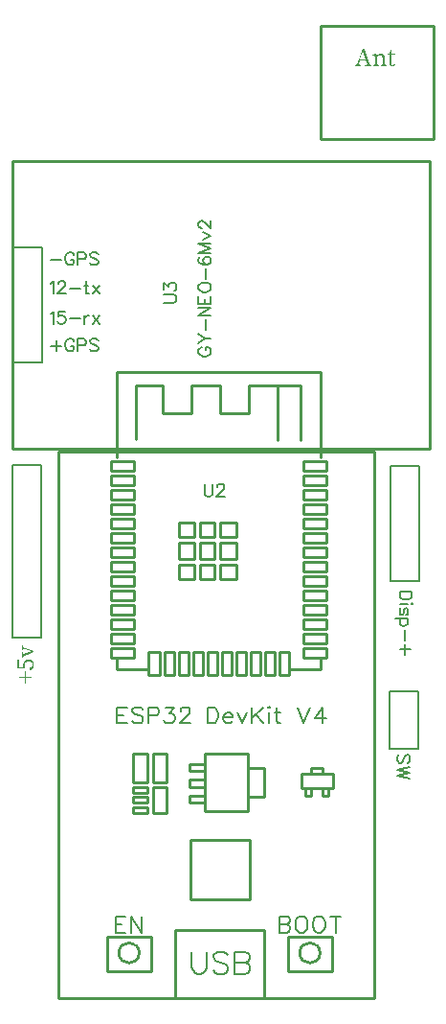
<source format=gto>
G04 Layer: TopSilkscreenLayer*
G04 Panelize: , Column: 2, Row: 1, Board Size: 40.01mm x 93.13mm, Panelized Board Size: 90.01mm x 93.13mm*
G04 EasyEDA v6.5.51, 2025-12-10 18:06:53*
G04 0555fe365c4c4ce19a54b4cc8b748554,f920225d1fc94cab822a7ee7b834fcf3,10*
G04 Gerber Generator version 0.2*
G04 Scale: 100 percent, Rotated: No, Reflected: No *
G04 Dimensions in millimeters *
G04 leading zeros omitted , absolute positions ,4 integer and 5 decimal *
%FSLAX45Y45*%
%MOMM*%

%ADD10C,0.1524*%
%ADD11C,0.2032*%
%ADD12C,0.2030*%
%ADD13C,0.2540*%
%ADD14C,0.0159*%

%LPD*%
G36*
X275590Y3908551D02*
G01*
X275590Y3867658D01*
X282956Y3867658D01*
X285750Y3885946D01*
X360172Y3860037D01*
X284988Y3831844D01*
X282956Y3851148D01*
X275590Y3851148D01*
X275590Y3797808D01*
X282956Y3797808D01*
X284734Y3810508D01*
X382524Y3850640D01*
X382524Y3859784D01*
X285750Y3896106D01*
X282956Y3908551D01*
G37*
G36*
X335026Y3788664D02*
G01*
X327863Y3788257D01*
X321259Y3787089D01*
X315163Y3785158D01*
X309676Y3782517D01*
X304800Y3779215D01*
X300532Y3775252D01*
X296824Y3770731D01*
X293827Y3765600D01*
X291388Y3759962D01*
X289712Y3753815D01*
X288645Y3747211D01*
X288290Y3740150D01*
X288493Y3734206D01*
X289102Y3728567D01*
X290118Y3723030D01*
X291592Y3717544D01*
X249428Y3720592D01*
X249428Y3784600D01*
X232156Y3784600D01*
X232156Y3711956D01*
X301498Y3707384D01*
X303276Y3712972D01*
X301955Y3718356D01*
X300990Y3723741D01*
X300431Y3729075D01*
X300228Y3734308D01*
X300482Y3739489D01*
X301294Y3744315D01*
X302666Y3748786D01*
X304495Y3752900D01*
X306882Y3756558D01*
X309778Y3759860D01*
X313131Y3762654D01*
X316941Y3764991D01*
X321208Y3766870D01*
X325983Y3768242D01*
X331165Y3769055D01*
X336804Y3769360D01*
X342493Y3769106D01*
X347776Y3768344D01*
X352704Y3767124D01*
X357174Y3765397D01*
X361289Y3763213D01*
X364845Y3760571D01*
X367995Y3757472D01*
X370586Y3753916D01*
X372668Y3749954D01*
X374192Y3745585D01*
X375107Y3740759D01*
X375412Y3735578D01*
X375259Y3732022D01*
X374243Y3725062D01*
X373380Y3721608D01*
X353110Y3715765D01*
X348843Y3713378D01*
X346608Y3710178D01*
X345948Y3705860D01*
X346405Y3702456D01*
X347675Y3699459D01*
X349910Y3697020D01*
X353060Y3695192D01*
X360222Y3697376D01*
X366420Y3700475D01*
X371703Y3704437D01*
X376021Y3709263D01*
X379425Y3714953D01*
X381863Y3721455D01*
X383286Y3728770D01*
X383794Y3736848D01*
X383590Y3742639D01*
X382879Y3748125D01*
X381812Y3753307D01*
X380288Y3758234D01*
X378358Y3762806D01*
X376072Y3767074D01*
X373380Y3770985D01*
X370382Y3774592D01*
X366979Y3777742D01*
X363270Y3780586D01*
X359257Y3782974D01*
X354990Y3785006D01*
X350367Y3786581D01*
X345490Y3787749D01*
X340410Y3788410D01*
G37*
G36*
X302260Y3680206D02*
G01*
X302260Y3633724D01*
X252729Y3633724D01*
X252729Y3622040D01*
X302260Y3622040D01*
X302260Y3575304D01*
X312928Y3575304D01*
X312928Y3622040D01*
X363220Y3622040D01*
X363220Y3633724D01*
X312928Y3633724D01*
X312928Y3680206D01*
G37*
G36*
X3292856Y9179560D02*
G01*
X3261733Y9087866D01*
X3271012Y9087866D01*
X3293618Y9156954D01*
X3316732Y9087866D01*
X3261733Y9087866D01*
X3245612Y9040368D01*
X3227324Y9037320D01*
X3227324Y9029700D01*
X3277108Y9029700D01*
X3277108Y9037320D01*
X3255264Y9040368D01*
X3267964Y9078976D01*
X3319779Y9078976D01*
X3332734Y9040114D01*
X3310636Y9037320D01*
X3310636Y9029700D01*
X3371342Y9029700D01*
X3371342Y9037320D01*
X3353815Y9039352D01*
X3305810Y9179560D01*
G37*
G36*
X3535426Y9165844D02*
G01*
X3529584Y9135872D01*
X3509772Y9133332D01*
X3509772Y9125458D01*
X3528568Y9125458D01*
X3528314Y9052814D01*
X3528720Y9046616D01*
X3529990Y9041282D01*
X3532124Y9036812D01*
X3534968Y9033205D01*
X3538575Y9030411D01*
X3542893Y9028480D01*
X3547821Y9027312D01*
X3553460Y9026906D01*
X3561537Y9027718D01*
X3568598Y9029954D01*
X3574542Y9033560D01*
X3579368Y9038336D01*
X3574796Y9043416D01*
X3570681Y9040622D01*
X3566972Y9038640D01*
X3563365Y9037472D01*
X3559556Y9037066D01*
X3554222Y9037980D01*
X3550259Y9040926D01*
X3547719Y9046057D01*
X3546856Y9053576D01*
X3546856Y9125458D01*
X3576828Y9125458D01*
X3576828Y9135110D01*
X3547110Y9135110D01*
X3548379Y9165844D01*
G37*
G36*
X3456940Y9138158D02*
G01*
X3451758Y9137802D01*
X3446526Y9136735D01*
X3441293Y9135008D01*
X3436112Y9132620D01*
X3431082Y9129674D01*
X3426155Y9126169D01*
X3421481Y9122105D01*
X3417062Y9117584D01*
X3415284Y9135872D01*
X3412236Y9137904D01*
X3380740Y9125712D01*
X3380740Y9119108D01*
X3398520Y9117330D01*
X3398926Y9104071D01*
X3398926Y9048292D01*
X3398774Y9039098D01*
X3382264Y9036558D01*
X3382264Y9029700D01*
X3433572Y9029700D01*
X3433572Y9036558D01*
X3418078Y9039098D01*
X3417570Y9076436D01*
X3417570Y9109456D01*
X3425951Y9116161D01*
X3433724Y9120733D01*
X3441293Y9123375D01*
X3448812Y9124188D01*
X3453282Y9123832D01*
X3457143Y9122816D01*
X3460292Y9120987D01*
X3462782Y9118244D01*
X3464712Y9114586D01*
X3466033Y9109964D01*
X3466846Y9104172D01*
X3467100Y9097264D01*
X3466846Y9039098D01*
X3450336Y9036558D01*
X3450336Y9029700D01*
X3501644Y9029700D01*
X3501644Y9036558D01*
X3485896Y9039098D01*
X3485387Y9076436D01*
X3485387Y9097772D01*
X3484930Y9107728D01*
X3483610Y9116212D01*
X3481374Y9123172D01*
X3478276Y9128709D01*
X3474313Y9132925D01*
X3469386Y9135872D01*
X3463594Y9137599D01*
G37*
D10*
X3728389Y4389526D02*
G01*
X3619423Y4389526D01*
X3728389Y4389526D02*
G01*
X3728389Y4353204D01*
X3723309Y4337456D01*
X3712895Y4327296D01*
X3702481Y4321962D01*
X3686733Y4316882D01*
X3660825Y4316882D01*
X3645331Y4321962D01*
X3634917Y4327296D01*
X3624503Y4337456D01*
X3619423Y4353204D01*
X3619423Y4389526D01*
X3728389Y4282592D02*
G01*
X3723309Y4277258D01*
X3728389Y4272178D01*
X3733723Y4277258D01*
X3728389Y4282592D01*
X3692067Y4277258D02*
G01*
X3619423Y4277258D01*
X3676573Y4180738D02*
G01*
X3686733Y4185818D01*
X3692067Y4201566D01*
X3692067Y4217060D01*
X3686733Y4232554D01*
X3676573Y4237888D01*
X3666159Y4232554D01*
X3660825Y4222140D01*
X3655745Y4196232D01*
X3650411Y4185818D01*
X3639997Y4180738D01*
X3634917Y4180738D01*
X3624503Y4185818D01*
X3619423Y4201566D01*
X3619423Y4217060D01*
X3624503Y4232554D01*
X3634917Y4237888D01*
X3692067Y4146448D02*
G01*
X3582847Y4146448D01*
X3676573Y4146448D02*
G01*
X3686733Y4136034D01*
X3692067Y4125620D01*
X3692067Y4110126D01*
X3686733Y4099712D01*
X3676573Y4089298D01*
X3660825Y4083964D01*
X3650411Y4083964D01*
X3634917Y4089298D01*
X3624503Y4099712D01*
X3619423Y4110126D01*
X3619423Y4125620D01*
X3624503Y4136034D01*
X3634917Y4146448D01*
X3666159Y4049674D02*
G01*
X3666159Y3956202D01*
X3712895Y3875176D02*
G01*
X3619423Y3875176D01*
X3666159Y3921912D02*
G01*
X3666159Y3828440D01*
X533400Y7317486D02*
G01*
X626871Y7317486D01*
X739139Y7353808D02*
G01*
X734060Y7364221D01*
X723645Y7374636D01*
X713231Y7379715D01*
X692404Y7379715D01*
X681989Y7374636D01*
X671576Y7364221D01*
X666495Y7353808D01*
X661162Y7338060D01*
X661162Y7312152D01*
X666495Y7296658D01*
X671576Y7286244D01*
X681989Y7275829D01*
X692404Y7270750D01*
X713231Y7270750D01*
X723645Y7275829D01*
X734060Y7286244D01*
X739139Y7296658D01*
X739139Y7312152D01*
X713231Y7312152D02*
G01*
X739139Y7312152D01*
X773429Y7379715D02*
G01*
X773429Y7270750D01*
X773429Y7379715D02*
G01*
X820165Y7379715D01*
X835660Y7374636D01*
X840994Y7369302D01*
X846073Y7358887D01*
X846073Y7343394D01*
X840994Y7332979D01*
X835660Y7327900D01*
X820165Y7322565D01*
X773429Y7322565D01*
X953262Y7364221D02*
G01*
X942847Y7374636D01*
X927100Y7379715D01*
X906526Y7379715D01*
X890778Y7374636D01*
X880363Y7364221D01*
X880363Y7353808D01*
X885697Y7343394D01*
X890778Y7338060D01*
X901192Y7332979D01*
X932434Y7322565D01*
X942847Y7317486D01*
X947928Y7312152D01*
X953262Y7301737D01*
X953262Y7286244D01*
X942847Y7275829D01*
X927100Y7270750D01*
X906526Y7270750D01*
X890778Y7275829D01*
X880363Y7286244D01*
X580136Y6602221D02*
G01*
X580136Y6508750D01*
X533400Y6555486D02*
G01*
X626871Y6555486D01*
X739139Y6591808D02*
G01*
X734060Y6602221D01*
X723645Y6612636D01*
X713231Y6617715D01*
X692404Y6617715D01*
X681989Y6612636D01*
X671576Y6602221D01*
X666495Y6591808D01*
X661162Y6576060D01*
X661162Y6550152D01*
X666495Y6534657D01*
X671576Y6524244D01*
X681989Y6513829D01*
X692404Y6508750D01*
X713231Y6508750D01*
X723645Y6513829D01*
X734060Y6524244D01*
X739139Y6534657D01*
X739139Y6550152D01*
X713231Y6550152D02*
G01*
X739139Y6550152D01*
X773429Y6617715D02*
G01*
X773429Y6508750D01*
X773429Y6617715D02*
G01*
X820165Y6617715D01*
X835660Y6612636D01*
X840994Y6607302D01*
X846073Y6596887D01*
X846073Y6581394D01*
X840994Y6570979D01*
X835660Y6565900D01*
X820165Y6560565D01*
X773429Y6560565D01*
X953262Y6602221D02*
G01*
X942847Y6612636D01*
X927100Y6617715D01*
X906526Y6617715D01*
X890778Y6612636D01*
X880363Y6602221D01*
X880363Y6591808D01*
X885697Y6581394D01*
X890778Y6576060D01*
X901192Y6570979D01*
X932434Y6560565D01*
X942847Y6555486D01*
X947928Y6550152D01*
X953262Y6539737D01*
X953262Y6524244D01*
X942847Y6513829D01*
X927100Y6508750D01*
X906526Y6508750D01*
X890778Y6513829D01*
X880363Y6524244D01*
X533400Y6838187D02*
G01*
X543813Y6843521D01*
X559307Y6859015D01*
X559307Y6750050D01*
X656081Y6859015D02*
G01*
X604012Y6859015D01*
X598931Y6812279D01*
X604012Y6817360D01*
X619760Y6822694D01*
X635254Y6822694D01*
X650747Y6817360D01*
X661162Y6807200D01*
X666495Y6791452D01*
X666495Y6781037D01*
X661162Y6765544D01*
X650747Y6755129D01*
X635254Y6750050D01*
X619760Y6750050D01*
X604012Y6755129D01*
X598931Y6760210D01*
X593597Y6770623D01*
X700786Y6796786D02*
G01*
X794257Y6796786D01*
X828547Y6822694D02*
G01*
X828547Y6750050D01*
X828547Y6791452D02*
G01*
X833628Y6807200D01*
X844042Y6817360D01*
X854455Y6822694D01*
X869950Y6822694D01*
X904239Y6822694D02*
G01*
X961389Y6750050D01*
X961389Y6822694D02*
G01*
X904239Y6750050D01*
X533400Y7104887D02*
G01*
X543813Y7110221D01*
X559307Y7125715D01*
X559307Y7016750D01*
X598931Y7099808D02*
G01*
X598931Y7104887D01*
X604012Y7115302D01*
X609345Y7120636D01*
X619760Y7125715D01*
X640334Y7125715D01*
X650747Y7120636D01*
X656081Y7115302D01*
X661162Y7104887D01*
X661162Y7094473D01*
X656081Y7084060D01*
X645668Y7068565D01*
X593597Y7016750D01*
X666495Y7016750D01*
X700786Y7063486D02*
G01*
X794257Y7063486D01*
X844042Y7125715D02*
G01*
X844042Y7037323D01*
X849376Y7021829D01*
X859789Y7016750D01*
X869950Y7016750D01*
X828547Y7089394D02*
G01*
X864870Y7089394D01*
X904239Y7089394D02*
G01*
X961389Y7016750D01*
X961389Y7089394D02*
G01*
X904239Y7016750D01*
X1866392Y6542278D02*
G01*
X1855978Y6536944D01*
X1845563Y6526529D01*
X1840484Y6516370D01*
X1840484Y6495542D01*
X1845563Y6485128D01*
X1855978Y6474713D01*
X1866392Y6469379D01*
X1882139Y6464300D01*
X1908047Y6464300D01*
X1923542Y6469379D01*
X1933956Y6474713D01*
X1944370Y6485128D01*
X1949450Y6495542D01*
X1949450Y6516370D01*
X1944370Y6526529D01*
X1933956Y6536944D01*
X1923542Y6542278D01*
X1908047Y6542278D01*
X1908047Y6516370D02*
G01*
X1908047Y6542278D01*
X1840484Y6576568D02*
G01*
X1892300Y6617970D01*
X1949450Y6617970D01*
X1840484Y6659626D02*
G01*
X1892300Y6617970D01*
X1902713Y6693915D02*
G01*
X1902713Y6787387D01*
X1840484Y6821678D02*
G01*
X1949450Y6821678D01*
X1840484Y6821678D02*
G01*
X1949450Y6894576D01*
X1840484Y6894576D02*
G01*
X1949450Y6894576D01*
X1840484Y6928865D02*
G01*
X1949450Y6928865D01*
X1840484Y6928865D02*
G01*
X1840484Y6996429D01*
X1892300Y6928865D02*
G01*
X1892300Y6970268D01*
X1949450Y6928865D02*
G01*
X1949450Y6996429D01*
X1840484Y7061708D02*
G01*
X1845563Y7051294D01*
X1855978Y7040879D01*
X1866392Y7035800D01*
X1882139Y7030720D01*
X1908047Y7030720D01*
X1923542Y7035800D01*
X1933956Y7040879D01*
X1944370Y7051294D01*
X1949450Y7061708D01*
X1949450Y7082536D01*
X1944370Y7092950D01*
X1933956Y7103363D01*
X1923542Y7108444D01*
X1908047Y7113778D01*
X1882139Y7113778D01*
X1866392Y7108444D01*
X1855978Y7103363D01*
X1845563Y7092950D01*
X1840484Y7082536D01*
X1840484Y7061708D01*
X1902713Y7148068D02*
G01*
X1902713Y7241539D01*
X1855978Y7338060D02*
G01*
X1845563Y7332979D01*
X1840484Y7317486D01*
X1840484Y7307071D01*
X1845563Y7291323D01*
X1861312Y7280910D01*
X1887220Y7275829D01*
X1913128Y7275829D01*
X1933956Y7280910D01*
X1944370Y7291323D01*
X1949450Y7307071D01*
X1949450Y7312152D01*
X1944370Y7327900D01*
X1933956Y7338060D01*
X1918462Y7343394D01*
X1913128Y7343394D01*
X1897634Y7338060D01*
X1887220Y7327900D01*
X1882139Y7312152D01*
X1882139Y7307071D01*
X1887220Y7291323D01*
X1897634Y7280910D01*
X1913128Y7275829D01*
X1840484Y7377684D02*
G01*
X1949450Y7377684D01*
X1840484Y7377684D02*
G01*
X1949450Y7419339D01*
X1840484Y7460742D02*
G01*
X1949450Y7419339D01*
X1840484Y7460742D02*
G01*
X1949450Y7460742D01*
X1876805Y7495031D02*
G01*
X1949450Y7526273D01*
X1876805Y7557515D02*
G01*
X1949450Y7526273D01*
X1866392Y7596886D02*
G01*
X1861312Y7596886D01*
X1850897Y7602220D01*
X1845563Y7607300D01*
X1840484Y7617713D01*
X1840484Y7638542D01*
X1845563Y7648955D01*
X1850897Y7654036D01*
X1861312Y7659370D01*
X1871726Y7659370D01*
X1882139Y7654036D01*
X1897634Y7643621D01*
X1949450Y7591805D01*
X1949450Y7664450D01*
X1535684Y6934200D02*
G01*
X1613662Y6934200D01*
X1629155Y6939279D01*
X1639570Y6949694D01*
X1644650Y6965442D01*
X1644650Y6975855D01*
X1639570Y6991350D01*
X1629155Y7001763D01*
X1613662Y7006844D01*
X1535684Y7006844D01*
X1535684Y7051547D02*
G01*
X1535684Y7108697D01*
X1577339Y7077710D01*
X1577339Y7093204D01*
X1582420Y7103618D01*
X1587500Y7108697D01*
X1603247Y7114031D01*
X1613662Y7114031D01*
X1629155Y7108697D01*
X1639570Y7098284D01*
X1644650Y7082789D01*
X1644650Y7067295D01*
X1639570Y7051547D01*
X1634489Y7046468D01*
X1624076Y7041134D01*
X3693922Y2873755D02*
G01*
X3704336Y2884170D01*
X3709415Y2899663D01*
X3709415Y2920492D01*
X3704336Y2935986D01*
X3693922Y2946400D01*
X3683508Y2946400D01*
X3673093Y2941320D01*
X3667759Y2935986D01*
X3662679Y2925571D01*
X3652265Y2894329D01*
X3647186Y2884170D01*
X3641852Y2878836D01*
X3631438Y2873755D01*
X3615943Y2873755D01*
X3605529Y2884170D01*
X3600450Y2899663D01*
X3600450Y2920492D01*
X3605529Y2935986D01*
X3615943Y2946400D01*
X3709415Y2839465D02*
G01*
X3600450Y2813304D01*
X3709415Y2787395D02*
G01*
X3600450Y2813304D01*
X3709415Y2787395D02*
G01*
X3600450Y2761487D01*
X3709415Y2735579D02*
G01*
X3600450Y2761487D01*
X1892300Y5335015D02*
G01*
X1892300Y5257037D01*
X1897379Y5241544D01*
X1907794Y5231129D01*
X1923542Y5226050D01*
X1933956Y5226050D01*
X1949450Y5231129D01*
X1959863Y5241544D01*
X1964943Y5257037D01*
X1964943Y5335015D01*
X2004568Y5309107D02*
G01*
X2004568Y5314187D01*
X2009647Y5324602D01*
X2014981Y5329936D01*
X2025395Y5335015D01*
X2045970Y5335015D01*
X2056384Y5329936D01*
X2061718Y5324602D01*
X2066797Y5314187D01*
X2066797Y5303773D01*
X2061718Y5293360D01*
X2051304Y5277865D01*
X1999234Y5226050D01*
X2072131Y5226050D01*
D11*
X1119301Y3365144D02*
G01*
X1119301Y3222142D01*
X1119301Y3365144D02*
G01*
X1207693Y3365144D01*
X1119301Y3297072D02*
G01*
X1173657Y3297072D01*
X1119301Y3222142D02*
G01*
X1207693Y3222142D01*
X1348155Y3344824D02*
G01*
X1334693Y3358286D01*
X1314119Y3365144D01*
X1286941Y3365144D01*
X1266367Y3358286D01*
X1252905Y3344824D01*
X1252905Y3331108D01*
X1259509Y3317392D01*
X1266367Y3310788D01*
X1280083Y3303930D01*
X1320977Y3290214D01*
X1334693Y3283356D01*
X1341551Y3276498D01*
X1348155Y3263036D01*
X1348155Y3242462D01*
X1334693Y3228746D01*
X1314119Y3222142D01*
X1286941Y3222142D01*
X1266367Y3228746D01*
X1252905Y3242462D01*
X1393367Y3365144D02*
G01*
X1393367Y3222142D01*
X1393367Y3365144D02*
G01*
X1454581Y3365144D01*
X1475155Y3358286D01*
X1482013Y3351682D01*
X1488617Y3337966D01*
X1488617Y3317392D01*
X1482013Y3303930D01*
X1475155Y3297072D01*
X1454581Y3290214D01*
X1393367Y3290214D01*
X1547291Y3365144D02*
G01*
X1622475Y3365144D01*
X1581327Y3310788D01*
X1601901Y3310788D01*
X1615617Y3303930D01*
X1622475Y3297072D01*
X1629079Y3276498D01*
X1629079Y3263036D01*
X1622475Y3242462D01*
X1608759Y3228746D01*
X1588185Y3222142D01*
X1567865Y3222142D01*
X1547291Y3228746D01*
X1540433Y3235604D01*
X1533829Y3249320D01*
X1680895Y3331108D02*
G01*
X1680895Y3337966D01*
X1687753Y3351682D01*
X1694611Y3358286D01*
X1708327Y3365144D01*
X1735505Y3365144D01*
X1749221Y3358286D01*
X1756079Y3351682D01*
X1762683Y3337966D01*
X1762683Y3324250D01*
X1756079Y3310788D01*
X1742363Y3290214D01*
X1674291Y3222142D01*
X1769541Y3222142D01*
X1919655Y3365144D02*
G01*
X1919655Y3222142D01*
X1919655Y3365144D02*
G01*
X1967407Y3365144D01*
X1987727Y3358286D01*
X2001443Y3344824D01*
X2008301Y3331108D01*
X2015159Y3310788D01*
X2015159Y3276498D01*
X2008301Y3256178D01*
X2001443Y3242462D01*
X1987727Y3228746D01*
X1967407Y3222142D01*
X1919655Y3222142D01*
X2060117Y3276498D02*
G01*
X2141905Y3276498D01*
X2141905Y3290214D01*
X2135047Y3303930D01*
X2128189Y3310788D01*
X2114727Y3317392D01*
X2094153Y3317392D01*
X2080437Y3310788D01*
X2066975Y3297072D01*
X2060117Y3276498D01*
X2060117Y3263036D01*
X2066975Y3242462D01*
X2080437Y3228746D01*
X2094153Y3222142D01*
X2114727Y3222142D01*
X2128189Y3228746D01*
X2141905Y3242462D01*
X2186863Y3317392D02*
G01*
X2227757Y3222142D01*
X2268651Y3317392D02*
G01*
X2227757Y3222142D01*
X2313609Y3365144D02*
G01*
X2313609Y3222142D01*
X2409113Y3365144D02*
G01*
X2313609Y3269894D01*
X2347899Y3303930D02*
G01*
X2409113Y3222142D01*
X2454071Y3365144D02*
G01*
X2460929Y3358286D01*
X2467787Y3365144D01*
X2460929Y3372002D01*
X2454071Y3365144D01*
X2460929Y3317392D02*
G01*
X2460929Y3222142D01*
X2533319Y3365144D02*
G01*
X2533319Y3249320D01*
X2540177Y3228746D01*
X2553639Y3222142D01*
X2567355Y3222142D01*
X2512745Y3317392D02*
G01*
X2560497Y3317392D01*
X2717469Y3365144D02*
G01*
X2771825Y3222142D01*
X2826435Y3365144D02*
G01*
X2771825Y3222142D01*
X2939719Y3365144D02*
G01*
X2871393Y3269894D01*
X2973755Y3269894D01*
X2939719Y3365144D02*
G01*
X2939719Y3222142D01*
X2555976Y1518310D02*
G01*
X2555976Y1375054D01*
X2555976Y1518310D02*
G01*
X2617444Y1518310D01*
X2637764Y1511452D01*
X2644622Y1504594D01*
X2651480Y1491132D01*
X2651480Y1477416D01*
X2644622Y1463700D01*
X2637764Y1456842D01*
X2617444Y1449984D01*
X2555976Y1449984D02*
G01*
X2617444Y1449984D01*
X2637764Y1443380D01*
X2644622Y1436522D01*
X2651480Y1422806D01*
X2651480Y1402486D01*
X2644622Y1388770D01*
X2637764Y1381912D01*
X2617444Y1375054D01*
X2555976Y1375054D01*
X2737332Y1518310D02*
G01*
X2723616Y1511452D01*
X2710154Y1497736D01*
X2703296Y1484274D01*
X2696438Y1463700D01*
X2696438Y1429664D01*
X2703296Y1409090D01*
X2710154Y1395628D01*
X2723616Y1381912D01*
X2737332Y1375054D01*
X2764510Y1375054D01*
X2778226Y1381912D01*
X2791942Y1395628D01*
X2798800Y1409090D01*
X2805404Y1429664D01*
X2805404Y1463700D01*
X2798800Y1484274D01*
X2791942Y1497736D01*
X2778226Y1511452D01*
X2764510Y1518310D01*
X2737332Y1518310D01*
X2891510Y1518310D02*
G01*
X2877794Y1511452D01*
X2864078Y1497736D01*
X2857220Y1484274D01*
X2850616Y1463700D01*
X2850616Y1429664D01*
X2857220Y1409090D01*
X2864078Y1395628D01*
X2877794Y1381912D01*
X2891510Y1375054D01*
X2918688Y1375054D01*
X2932404Y1381912D01*
X2945866Y1395628D01*
X2952724Y1409090D01*
X2959582Y1429664D01*
X2959582Y1463700D01*
X2952724Y1484274D01*
X2945866Y1497736D01*
X2932404Y1511452D01*
X2918688Y1518310D01*
X2891510Y1518310D01*
X3052292Y1518310D02*
G01*
X3052292Y1375054D01*
X3004540Y1518310D02*
G01*
X3100044Y1518310D01*
X1108176Y1518310D02*
G01*
X1108176Y1375054D01*
X1108176Y1518310D02*
G01*
X1196822Y1518310D01*
X1108176Y1449984D02*
G01*
X1162786Y1449984D01*
X1108176Y1375054D02*
G01*
X1196822Y1375054D01*
X1241780Y1518310D02*
G01*
X1241780Y1375054D01*
X1241780Y1518310D02*
G01*
X1337284Y1375054D01*
X1337284Y1518310D02*
G01*
X1337284Y1375054D01*
X1781276Y1203604D02*
G01*
X1781276Y1065174D01*
X1790420Y1037488D01*
X1808962Y1018946D01*
X1836648Y1009802D01*
X1855190Y1009802D01*
X1882876Y1018946D01*
X1901418Y1037488D01*
X1910562Y1065174D01*
X1910562Y1203604D01*
X2100808Y1175918D02*
G01*
X2082266Y1194460D01*
X2054580Y1203604D01*
X2017750Y1203604D01*
X1990064Y1194460D01*
X1971522Y1175918D01*
X1971522Y1157376D01*
X1980666Y1139088D01*
X1990064Y1129690D01*
X2008606Y1120546D01*
X2063978Y1102004D01*
X2082266Y1092860D01*
X2091664Y1083716D01*
X2100808Y1065174D01*
X2100808Y1037488D01*
X2082266Y1018946D01*
X2054580Y1009802D01*
X2017750Y1009802D01*
X1990064Y1018946D01*
X1971522Y1037488D01*
X2161768Y1203604D02*
G01*
X2161768Y1009802D01*
X2161768Y1203604D02*
G01*
X2244826Y1203604D01*
X2272766Y1194460D01*
X2281910Y1185316D01*
X2291054Y1166774D01*
X2291054Y1148232D01*
X2281910Y1129690D01*
X2272766Y1120546D01*
X2244826Y1111402D01*
X2161768Y1111402D02*
G01*
X2244826Y1111402D01*
X2272766Y1102004D01*
X2281910Y1092860D01*
X2291054Y1074318D01*
X2291054Y1046632D01*
X2281910Y1028090D01*
X2272766Y1018946D01*
X2244826Y1009802D01*
X2161768Y1009802D01*
D12*
X3784600Y2997200D02*
G01*
X3784600Y3314700D01*
D11*
X3784600Y2997200D02*
G01*
X3530600Y2997200D01*
X3530600Y3505200D01*
X3784600Y3505200D01*
X3784600Y3314700D01*
X203200Y7429500D02*
G01*
X457200Y7429500D01*
X457200Y6413500D01*
X203200Y6413500D01*
X203200Y6604000D01*
D12*
X203200Y7429500D02*
G01*
X203200Y6604000D01*
D11*
X3790873Y4478426D02*
G01*
X3536873Y4478426D01*
X3536873Y5494426D01*
X3790873Y5494426D01*
X3790873Y5303926D01*
D12*
X3790873Y4478426D02*
G01*
X3790873Y5303926D01*
D11*
X196773Y4173626D02*
G01*
X196773Y3983126D01*
X450773Y3983126D01*
X450773Y5507126D01*
X196773Y5507126D01*
D12*
X196773Y5507126D02*
G01*
X196773Y4173626D01*
D13*
X2922577Y3699824D02*
G01*
X2922577Y3783307D01*
X2660489Y3699824D02*
G01*
X2922577Y3699824D01*
X2922577Y5570532D02*
G01*
X2922577Y5621426D01*
X1120876Y3783312D02*
G01*
X1120876Y3699824D01*
X1381264Y3699824D01*
X1120876Y5621426D02*
G01*
X1120876Y5570532D01*
X2920878Y5621426D02*
G01*
X1120876Y5621426D01*
X1285976Y5735726D02*
G01*
X1285976Y6205626D01*
X1527276Y6205626D01*
X1527276Y5964326D01*
X1781276Y5964326D01*
X1781276Y6205626D01*
X2035276Y6205626D01*
X2035276Y5964326D01*
X2289276Y5964326D01*
X2289276Y6205626D01*
X2543276Y6205626D01*
X2543276Y5723026D01*
X2543276Y6205626D02*
G01*
X2746476Y6205626D01*
X2746476Y5723026D01*
X1630578Y1395425D02*
G01*
X2420569Y1395425D01*
X2420569Y795426D01*
X1630578Y795426D01*
X1630578Y1395425D01*
X1120876Y6321425D02*
G01*
X2924276Y6321425D01*
X2924276Y5621426D01*
X1120876Y5621426D01*
X1120876Y6321425D01*
X597179Y5621426D02*
G01*
X3397173Y5621426D01*
X3397173Y795426D01*
X597179Y795426D01*
X597179Y5621426D01*
X2555976Y3852214D02*
G01*
X2644876Y3852214D01*
X2644876Y3649014D01*
X2555976Y3649014D01*
X2555976Y3852214D01*
X2428976Y3852214D02*
G01*
X2517876Y3852214D01*
X2517876Y3649014D01*
X2428976Y3649014D01*
X2428976Y3852214D01*
X2301976Y3852214D02*
G01*
X2390876Y3852214D01*
X2390876Y3649014D01*
X2301976Y3649014D01*
X2301976Y3852214D01*
X2174976Y3852214D02*
G01*
X2263876Y3852214D01*
X2263876Y3649014D01*
X2174976Y3649014D01*
X2174976Y3852214D01*
X2047976Y3852214D02*
G01*
X2136876Y3852214D01*
X2136876Y3649014D01*
X2047976Y3649014D01*
X2047976Y3852214D01*
X1920976Y3852214D02*
G01*
X2009876Y3852214D01*
X2009876Y3649014D01*
X1920976Y3649014D01*
X1920976Y3852214D01*
X1793976Y3852214D02*
G01*
X1882876Y3852214D01*
X1882876Y3649014D01*
X1793976Y3649014D01*
X1793976Y3852214D01*
X1666976Y3852214D02*
G01*
X1755876Y3852214D01*
X1755876Y3649014D01*
X1666976Y3649014D01*
X1666976Y3852214D01*
X1539976Y3852214D02*
G01*
X1628876Y3852214D01*
X1628876Y3649014D01*
X1539976Y3649014D01*
X1539976Y3852214D01*
X1400276Y3852214D02*
G01*
X1501876Y3852214D01*
X1501876Y3649014D01*
X1400276Y3649014D01*
X1400276Y3852214D01*
X2035276Y4626914D02*
G01*
X2174976Y4626914D01*
X2174976Y4499914D01*
X2035276Y4499914D01*
X2035276Y4626914D01*
X1857476Y4626914D02*
G01*
X1984476Y4626914D01*
X1984476Y4499914D01*
X1857476Y4499914D01*
X1857476Y4626914D01*
X1666976Y4626914D02*
G01*
X1806676Y4626914D01*
X1806676Y4499914D01*
X1666976Y4499914D01*
X1666976Y4626914D01*
X2035276Y4817414D02*
G01*
X2174976Y4817414D01*
X2174976Y4677714D01*
X2035276Y4677714D01*
X2035276Y4817414D01*
X1857476Y4817414D02*
G01*
X1984476Y4817414D01*
X1984476Y4677714D01*
X1857476Y4677714D01*
X1857476Y4817414D01*
X1666976Y4817414D02*
G01*
X1806676Y4817414D01*
X1806676Y4677714D01*
X1666976Y4677714D01*
X1666976Y4817414D01*
X2035276Y4995214D02*
G01*
X2174976Y4995214D01*
X2174976Y4868214D01*
X2035276Y4868214D01*
X2035276Y4995214D01*
X1857476Y4995214D02*
G01*
X1984476Y4995214D01*
X1984476Y4868214D01*
X1857476Y4868214D01*
X1857476Y4995214D01*
X1666976Y4995214D02*
G01*
X1806676Y4995214D01*
X1806676Y4868214D01*
X1666976Y4868214D01*
X1666976Y4995214D01*
X2771876Y5541314D02*
G01*
X2975076Y5541314D01*
X2975076Y5452414D01*
X2771876Y5452414D01*
X2771876Y5541314D01*
X2771876Y5414314D02*
G01*
X2975076Y5414314D01*
X2975076Y5325414D01*
X2771876Y5325414D01*
X2771876Y5414314D01*
X2771876Y5287314D02*
G01*
X2975076Y5287314D01*
X2975076Y5198414D01*
X2771876Y5198414D01*
X2771876Y5287314D01*
X2771876Y5160314D02*
G01*
X2975076Y5160314D01*
X2975076Y5071414D01*
X2771876Y5071414D01*
X2771876Y5160314D01*
X2771876Y5033314D02*
G01*
X2975076Y5033314D01*
X2975076Y4944414D01*
X2771876Y4944414D01*
X2771876Y5033314D01*
X2771876Y4906314D02*
G01*
X2975076Y4906314D01*
X2975076Y4817414D01*
X2771876Y4817414D01*
X2771876Y4906314D01*
X2771876Y4779314D02*
G01*
X2975076Y4779314D01*
X2975076Y4690414D01*
X2771876Y4690414D01*
X2771876Y4779314D01*
X2771876Y4652314D02*
G01*
X2975076Y4652314D01*
X2975076Y4563414D01*
X2771876Y4563414D01*
X2771876Y4652314D01*
X2771876Y4525314D02*
G01*
X2975076Y4525314D01*
X2975076Y4436414D01*
X2771876Y4436414D01*
X2771876Y4525314D01*
X2771876Y4398314D02*
G01*
X2975076Y4398314D01*
X2975076Y4309414D01*
X2771876Y4309414D01*
X2771876Y4398314D01*
X2771876Y4271314D02*
G01*
X2975076Y4271314D01*
X2975076Y4182414D01*
X2771876Y4182414D01*
X2771876Y4271314D01*
X2771876Y4144314D02*
G01*
X2975076Y4144314D01*
X2975076Y4055414D01*
X2771876Y4055414D01*
X2771876Y4144314D01*
X2771876Y4017314D02*
G01*
X2975076Y4017314D01*
X2975076Y3928414D01*
X2771876Y3928414D01*
X2771876Y4017314D01*
X2771876Y3890314D02*
G01*
X2975076Y3890314D01*
X2975076Y3801414D01*
X2771876Y3801414D01*
X2771876Y3890314D01*
X1070076Y3890314D02*
G01*
X1273276Y3890314D01*
X1273276Y3801414D01*
X1070076Y3801414D01*
X1070076Y3890314D01*
X1070076Y4017314D02*
G01*
X1273276Y4017314D01*
X1273276Y3928414D01*
X1070076Y3928414D01*
X1070076Y4017314D01*
X1070076Y4144314D02*
G01*
X1273276Y4144314D01*
X1273276Y4055414D01*
X1070076Y4055414D01*
X1070076Y4144314D01*
X1070076Y4271314D02*
G01*
X1273276Y4271314D01*
X1273276Y4182414D01*
X1070076Y4182414D01*
X1070076Y4271314D01*
X1070076Y4398314D02*
G01*
X1273276Y4398314D01*
X1273276Y4309414D01*
X1070076Y4309414D01*
X1070076Y4398314D01*
X1070076Y4525314D02*
G01*
X1273276Y4525314D01*
X1273276Y4436414D01*
X1070076Y4436414D01*
X1070076Y4525314D01*
X1070076Y4652314D02*
G01*
X1273276Y4652314D01*
X1273276Y4563414D01*
X1070076Y4563414D01*
X1070076Y4652314D01*
X1070076Y4779314D02*
G01*
X1273276Y4779314D01*
X1273276Y4690414D01*
X1070076Y4690414D01*
X1070076Y4779314D01*
X1070076Y4906314D02*
G01*
X1273276Y4906314D01*
X1273276Y4817414D01*
X1070076Y4817414D01*
X1070076Y4906314D01*
X1070076Y5033314D02*
G01*
X1273276Y5033314D01*
X1273276Y4944414D01*
X1070076Y4944414D01*
X1070076Y5033314D01*
X1070076Y5160314D02*
G01*
X1273276Y5160314D01*
X1273276Y5071414D01*
X1070076Y5071414D01*
X1070076Y5160314D01*
X1070076Y5287314D02*
G01*
X1273276Y5287314D01*
X1273276Y5198414D01*
X1070076Y5198414D01*
X1070076Y5287314D01*
X1070076Y5414314D02*
G01*
X1273276Y5414314D01*
X1273276Y5325414D01*
X1070076Y5325414D01*
X1070076Y5414314D01*
X1070076Y5541314D02*
G01*
X1273276Y5541314D01*
X1273276Y5452414D01*
X1070076Y5452414D01*
X1070076Y5541314D01*
X2632176Y1341526D02*
G01*
X3025876Y1341526D01*
X3025876Y1036726D01*
X2632176Y1036726D01*
X2632176Y1341526D01*
X1031976Y1341526D02*
G01*
X1425676Y1341526D01*
X1425676Y1036726D01*
X1031976Y1036726D01*
X1031976Y1341526D01*
X1263573Y2954426D02*
G01*
X1390573Y2954426D01*
X1390573Y2700426D01*
X1263573Y2700426D01*
X1263573Y2954426D01*
X1441373Y2954426D02*
G01*
X1555673Y2954426D01*
X1555673Y2700426D01*
X1441373Y2700426D01*
X1441373Y2954426D01*
X1263573Y2662326D02*
G01*
X1390573Y2662326D01*
X1390573Y2611526D01*
X1263573Y2611526D01*
X1263573Y2662326D01*
X1263573Y2573426D02*
G01*
X1390573Y2573426D01*
X1390573Y2522626D01*
X1263573Y2522626D01*
X1263573Y2573426D01*
X1263573Y2484526D02*
G01*
X1390573Y2484526D01*
X1390573Y2433726D01*
X1263573Y2433726D01*
X1263573Y2484526D01*
X1441373Y2662326D02*
G01*
X1555673Y2662326D01*
X1555673Y2433726D01*
X1441373Y2433726D01*
X1441373Y2662326D01*
X1898573Y2954426D02*
G01*
X2279573Y2954426D01*
X2279573Y2446426D01*
X1898573Y2446426D01*
X1898573Y2954426D01*
X2279573Y2827426D02*
G01*
X2419273Y2827426D01*
X2419273Y2573426D01*
X2279573Y2573426D01*
X2279573Y2827426D01*
X1758873Y2725826D02*
G01*
X1898573Y2725826D01*
X1898573Y2662326D01*
X1758873Y2662326D01*
X1758873Y2725826D01*
X1758873Y2865526D02*
G01*
X1898573Y2865526D01*
X1898573Y2802026D01*
X1758873Y2802026D01*
X1758873Y2865526D01*
X1758873Y2586126D02*
G01*
X1898573Y2586126D01*
X1898573Y2522626D01*
X1758873Y2522626D01*
X1758873Y2586126D01*
X2749473Y2776626D02*
G01*
X3028873Y2776626D01*
X3028873Y2649626D01*
X2749473Y2649626D01*
X2749473Y2776626D01*
X2838373Y2827426D02*
G01*
X2939973Y2827426D01*
X2939973Y2776626D01*
X2838373Y2776626D01*
X2838373Y2827426D01*
X2787573Y2649626D02*
G01*
X2838373Y2649626D01*
X2838373Y2586126D01*
X2787573Y2586126D01*
X2787573Y2649626D01*
X2939973Y2649626D02*
G01*
X2990773Y2649626D01*
X2990773Y2586126D01*
X2939973Y2586126D01*
X2939973Y2649626D01*
X1771573Y2192426D02*
G01*
X2292273Y2192426D01*
X2292273Y1671726D01*
X1771573Y1671726D01*
X1771573Y2192426D01*
G75*
G01
X2915564Y1195426D02*
G03X2915564Y1195426I-89992J0D01*
G75*
G01
X1315568Y1195426D02*
G03X1315568Y1195426I-89992J0D01*
X190500Y8191500D02*
G01*
X3886200Y8191500D01*
X3886200Y5651500D01*
X190500Y5651500D01*
X190500Y8191500D01*
X2921000Y9385300D02*
G01*
X3920997Y9385300D01*
X3920997Y8385302D01*
X2921000Y8385302D01*
X2921000Y9385300D01*
M02*

</source>
